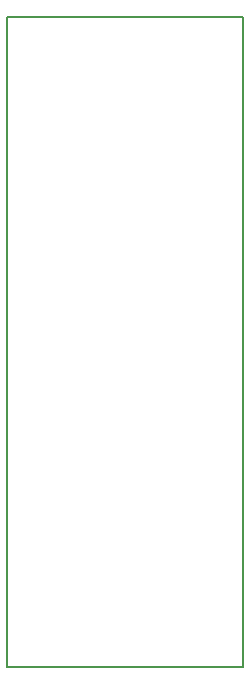
<source format=gbr>
%TF.GenerationSoftware,KiCad,Pcbnew,(6.0.6)*%
%TF.CreationDate,2022-11-26T14:52:17+01:00*%
%TF.ProjectId,wt,77742e6b-6963-4616-945f-706362585858,rev?*%
%TF.SameCoordinates,Original*%
%TF.FileFunction,Profile,NP*%
%FSLAX46Y46*%
G04 Gerber Fmt 4.6, Leading zero omitted, Abs format (unit mm)*
G04 Created by KiCad (PCBNEW (6.0.6)) date 2022-11-26 14:52:17*
%MOMM*%
%LPD*%
G01*
G04 APERTURE LIST*
%TA.AperFunction,Profile*%
%ADD10C,0.200000*%
%TD*%
G04 APERTURE END LIST*
D10*
X100000000Y0D02*
X120000000Y0D01*
X120000000Y0D02*
X120000000Y-55000000D01*
X120000000Y-55000000D02*
X100000000Y-55000000D01*
X100000000Y-55000000D02*
X100000000Y0D01*
M02*

</source>
